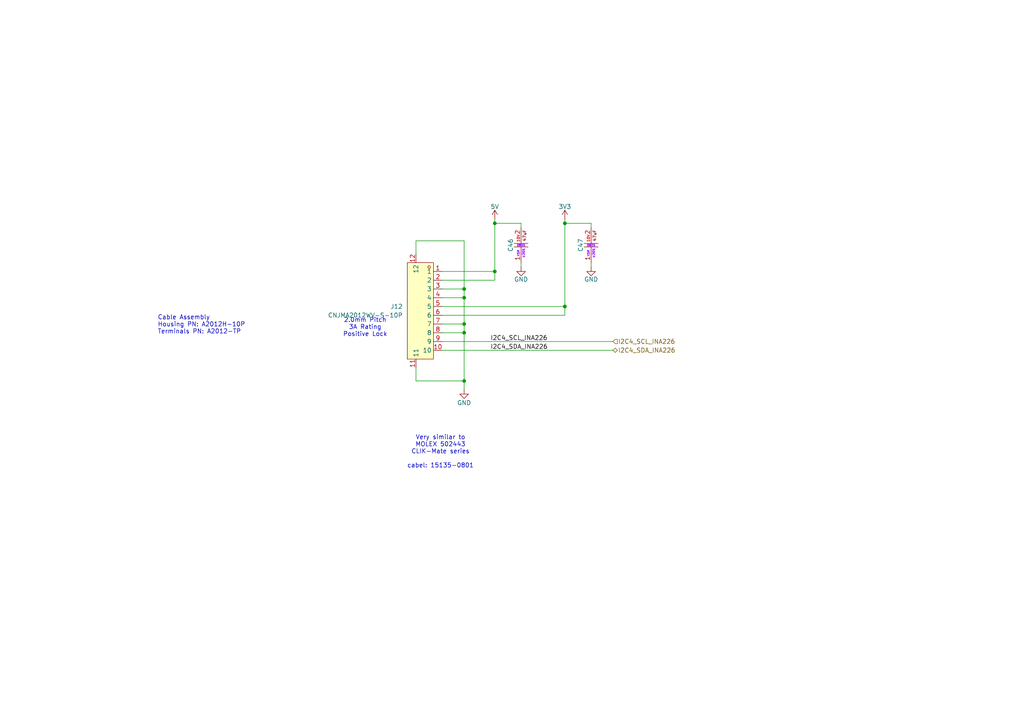
<source format=kicad_sch>
(kicad_sch (version 20250114) (generator "eeschema") (generator_version "9.0")
  (paper "A4")
  (lib_symbols
    (symbol "easyeda_lampel:CNJMA2012WV-S-10P"
      (property "Reference" "CN" (at 0 21.59 0))
      (property "Value" "CNJMA2012WV-S-10P" (at 0 -21.59 0))
      (symbol "CNJMA2012WV-S-10P_0_1"
        (rectangle (start -2.54 13.97) (end 5.08 -13.97) (fill (type background)))
        (circle (center -1.27 12.7) (radius 0.38))
        (pin unspecified line (at -5.08 11.43 0) (length 2.54) (name "1") (number "1"))
        (pin unspecified line (at -5.08 8.89 0) (length 2.54) (name "2") (number "2"))
        (pin unspecified line (at -5.08 6.35 0) (length 2.54) (name "3") (number "3"))
        (pin unspecified line (at -5.08 3.81 0) (length 2.54) (name "4") (number "4"))
        (pin unspecified line (at -5.08 1.27 0) (length 2.54) (name "5") (number "5"))
        (pin unspecified line (at -5.08 -1.27 0) (length 2.54) (name "6") (number "6"))
        (pin unspecified line (at -5.08 -3.81 0) (length 2.54) (name "7") (number "7"))
        (pin unspecified line (at -5.08 -6.35 0) (length 2.54) (name "8") (number "8"))
        (pin unspecified line (at -5.08 -8.89 0) (length 2.54) (name "9") (number "9"))
        (pin unspecified line (at -5.08 -11.43 0) (length 2.54) (name "10") (number "10"))
        (pin unspecified line (at 2.54 16.51 270) (length 2.54) (name "12") (number "12"))
        (pin unspecified line (at 2.54 -16.51 90) (length 2.54) (name "11") (number "11"))
      )
    )
    (symbol "lampelKicadLIB:GRM21BR61A476ME15L (47uF , 0805 ,10V ,X5R)"
      (property "Reference" "C" (at 0 3.048 0))
      (symbol "GRM21BR61A476ME15L (47uF , 0805 ,10V ,X5R)_0_1"
        (polyline (pts (xy -2.54 0) (xy -0.51 0)))
        (polyline (pts (xy -0.51 2.03) (xy -0.51 -2.03)))
        (polyline (pts (xy 0.51 2.03) (xy 0.51 -2.03)))
        (polyline (pts (xy 0.51 0) (xy 2.54 0)))
        (pin input line (at -5.08 0 0) (length 2.54) (name "") (number "1"))
        (pin input line (at 5.08 0 180) (length 2.54) (name "") (number "2"))
      )
      (symbol "GRM21BR61A476ME15L (47uF , 0805 ,10V ,X5R)_1_1"
        (text "X5R" (at -2.286 0.762 0) (effects (font (size 0.635 0.635))))
        (text "±20%" (at -2.286 -0.762 0) (effects (font (size 0.635 0.635))))
        (text "0805" (at 0 0 900) (effects (font (size 0.635 0.635))))
        (text "10V" (at 2.032 0.762 0) (effects (font (size 0.762 0.762))))
        (text "47uF" (at 2.794 -1.016 0) (effects (font (size 0.889 0.889))))
      )
    )
    (symbol "power:GND" (power) (pin_numbers (hide yes)) (pin_names (offset 0) (hide yes))
      (property "Value" "GND" (at 0 -3.81 0))
      (symbol "GND_0_1"
        (polyline (pts (xy 0 0) (xy 0 -1.27) (xy 1.27 -1.27) (xy 0 -2.54) (xy -1.27 -1.27) (xy 0 -1.27)))
      )
      (symbol "GND_1_1"
        (pin power_in line (at 0 0 270) (length 0) (name "~") (number "1"))
      )
    )
    (symbol "power:VDD" (power) (pin_numbers (hide yes)) (pin_names (offset 0) (hide yes))
      (property "Value" "VDD" (at 0 3.556 0))
      (symbol "VDD_0_1"
        (polyline (pts (xy -0.762 1.27) (xy 0 2.54)))
        (polyline (pts (xy 0 2.54) (xy 0.762 1.27)))
        (polyline (pts (xy 0 0) (xy 0 2.54)))
      )
      (symbol "VDD_1_1"
        (pin power_in line (at 0 0 90) (length 0) (name "~") (number "1"))
      )
    )
  )
  (text "Cable Assembly\nHousing PN: A2012H-10P\nTerminals PN: A2012-TP" (at 45.72 94.234 0) (effects (font (size 1.27 1.27)) (justify left)))
  (text "Very similar to\nMOLEX 502443\nCLIK-Mate series\n\ncabel: 15135-0801" (at 127.762 131.064 0) (effects (font (size 1.27 1.27))))
  (text "2.0mm Pitch\n3A Rating\nPositive Lock" (at 105.918 94.996 0) (effects (font (size 1.27 1.27))))
  (junction (at 143.51 78.74))
  (junction (at 134.62 86.36))
  (junction (at 143.51 64.77))
  (junction (at 134.62 110.49))
  (junction (at 163.83 64.77))
  (junction (at 163.83 88.9))
  (junction (at 134.62 96.52))
  (junction (at 134.62 93.98))
  (junction (at 134.62 83.82))
  (wire (pts (xy 134.62 86.36) (xy 134.62 93.98)))
  (wire (pts (xy 163.83 88.9) (xy 163.83 91.44)))
  (wire (pts (xy 143.51 63.5) (xy 143.51 64.77)))
  (wire (pts (xy 163.83 64.77) (xy 163.83 88.9)))
  (wire (pts (xy 171.45 64.77) (xy 171.45 66.04)))
  (wire (pts (xy 143.51 64.77) (xy 151.13 64.77)))
  (wire (pts (xy 128.27 96.52) (xy 134.62 96.52)))
  (wire (pts (xy 128.27 81.28) (xy 143.51 81.28)))
  (wire (pts (xy 128.27 78.74) (xy 143.51 78.74)))
  (wire (pts (xy 128.27 99.06) (xy 177.8 99.06)))
  (wire (pts (xy 120.65 69.85) (xy 134.62 69.85)))
  (wire (pts (xy 143.51 78.74) (xy 143.51 81.28)))
  (wire (pts (xy 134.62 110.49) (xy 134.62 113.03)))
  (wire (pts (xy 128.27 83.82) (xy 134.62 83.82)))
  (wire (pts (xy 143.51 64.77) (xy 143.51 78.74)))
  (wire (pts (xy 134.62 69.85) (xy 134.62 83.82)))
  (wire (pts (xy 128.27 101.6) (xy 177.8 101.6)))
  (wire (pts (xy 128.27 86.36) (xy 134.62 86.36)))
  (wire (pts (xy 128.27 93.98) (xy 134.62 93.98)))
  (wire (pts (xy 171.45 76.2) (xy 171.45 77.47)))
  (wire (pts (xy 163.83 64.77) (xy 171.45 64.77)))
  (wire (pts (xy 163.83 63.5) (xy 163.83 64.77)))
  (wire (pts (xy 134.62 96.52) (xy 134.62 110.49)))
  (wire (pts (xy 134.62 83.82) (xy 134.62 86.36)))
  (wire (pts (xy 163.83 91.44) (xy 128.27 91.44)))
  (wire (pts (xy 151.13 64.77) (xy 151.13 66.04)))
  (wire (pts (xy 120.65 106.68) (xy 120.65 110.49)))
  (wire (pts (xy 134.62 93.98) (xy 134.62 96.52)))
  (wire (pts (xy 128.27 88.9) (xy 163.83 88.9)))
  (wire (pts (xy 151.13 76.2) (xy 151.13 77.47)))
  (wire (pts (xy 120.65 110.49) (xy 134.62 110.49)))
  (wire (pts (xy 120.65 73.66) (xy 120.65 69.85)))
  (label "I2C4_SCL_INA226" (at 142.24 99.06 0))
  (label "I2C4_SDA_INA226" (at 142.24 101.6 0))
  (hierarchical_label "I2C4_SDA_INA226" (shape bidirectional) (at 177.8 101.6 0))
  (hierarchical_label "I2C4_SCL_INA226" (shape input) (at 177.8 99.06 0))
  (symbol (lib_id "power:GND") (at 134.62 113.03 0) (unit 1)
    (property "Reference" "#PWR0118" (effects (hide yes)))
    (property "Value" "GND" (at 134.62 116.84 0))
    (property "Description" "Power symbol creates a global label with name \"GND\" , ground" (effects (hide yes)))
  )
  (symbol (lib_id "lampelKicadLIB:GRM21BR61A476ME15L (47uF , 0805 ,10V ,X5R)") (at 151.13 71.12 90) (unit 1)
    (property "Reference" "C46" (at 148.082 71.12 0))
    (property "Value" "GRM21BR61A476ME15L (47uF , 0805 ,10V ,X5R)" (effects (hide yes)))
    (property "Footprint" "easyeda2kicad:C0805" (effects (hide yes)))
    (property "Datasheet" "https://www.lcsc.com/product-detail/C124129.html" (effects (hide yes)))
    (property "Description" "47uF ±20% 10V Ceramic Capacitor X5R 0805" (effects (hide yes)))
    (property "LCSC Part" "C124129" (effects (hide yes)))
  )
  (symbol (lib_id "power:VDD") (at 163.83 63.5 0) (unit 1)
    (property "Reference" "#PWR0121" (effects (hide yes)))
    (property "Value" "3V3" (at 163.83 59.944 0))
    (property "Description" "Power symbol creates a global label with name \"VDD\"" (effects (hide yes)))
  )
  (symbol (lib_id "power:VDD") (at 143.51 63.5 0) (mirror y) (unit 1)
    (property "Reference" "#PWR0119" (effects (hide yes)))
    (property "Value" "5V" (at 143.51 59.944 0))
    (property "Description" "Power symbol creates a global label with name \"VDD\"" (effects (hide yes)))
  )
  (symbol (lib_id "power:GND") (at 151.13 77.47 0) (unit 1)
    (property "Reference" "#PWR0120" (effects (hide yes)))
    (property "Value" "GND" (at 151.13 81.026 0))
    (property "Description" "Power symbol creates a global label with name \"GND\" , ground" (effects (hide yes)))
  )
  (symbol (lib_id "easyeda_lampel:CNJMA2012WV-S-10P") (at 123.19 90.17 0) (mirror y) (unit 1)
    (property "Reference" "J12" (at 116.84 88.8999 0) (effects (justify left)))
    (property "Value" "CNJMA2012WV-S-10P" (at 116.84 91.4399 0) (effects (justify left)))
    (property "Footprint" "easyeda2kicad:CONN-SMD_10P-P2.00_CNJM_CNJMA2012WV-S-10P" (effects (hide yes)))
    (property "Datasheet" "https://www.lcsc.com/product-detail/C5151225.html" (effects (hide yes)))
    (property "Description" "1 -25℃~+85℃ 10P 10 2mm 3A 250V 1x10P SMD,P=2mm Headers, Male Pins RoHS" (effects (hide yes)))
    (property "LCSC Part" "C5151225" (effects (hide yes)))
  )
  (symbol (lib_id "lampelKicadLIB:GRM21BR61A476ME15L (47uF , 0805 ,10V ,X5R)") (at 171.45 71.12 90) (unit 1)
    (property "Reference" "C47" (at 168.402 71.12 0))
    (property "Value" "GRM21BR61A476ME15L (47uF , 0805 ,10V ,X5R)" (effects (hide yes)))
    (property "Footprint" "easyeda2kicad:C0805" (effects (hide yes)))
    (property "Datasheet" "https://www.lcsc.com/product-detail/C124129.html" (effects (hide yes)))
    (property "Description" "47uF ±20% 10V Ceramic Capacitor X5R 0805" (effects (hide yes)))
    (property "LCSC Part" "C124129" (effects (hide yes)))
  )
  (symbol (lib_id "power:GND") (at 171.45 77.47 0) (unit 1)
    (property "Reference" "#PWR0122" (effects (hide yes)))
    (property "Value" "GND" (at 171.45 81.026 0))
    (property "Description" "Power symbol creates a global label with name \"GND\" , ground" (effects (hide yes)))
  )
)
</source>
